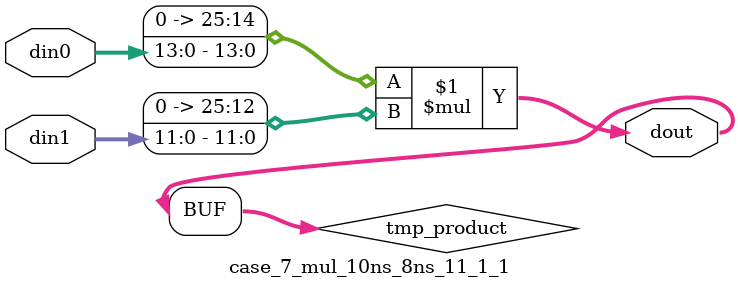
<source format=v>

`timescale 1 ns / 1 ps

 (* use_dsp = "no" *)  module case_7_mul_10ns_8ns_11_1_1(din0, din1, dout);
parameter ID = 1;
parameter NUM_STAGE = 0;
parameter din0_WIDTH = 14;
parameter din1_WIDTH = 12;
parameter dout_WIDTH = 26;

input [din0_WIDTH - 1 : 0] din0; 
input [din1_WIDTH - 1 : 0] din1; 
output [dout_WIDTH - 1 : 0] dout;

wire signed [dout_WIDTH - 1 : 0] tmp_product;
























assign tmp_product = $signed({1'b0, din0}) * $signed({1'b0, din1});











assign dout = tmp_product;





















endmodule

</source>
